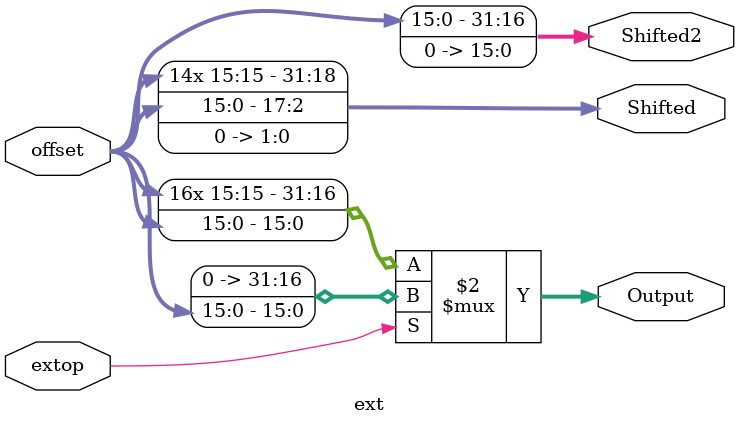
<source format=v>
`timescale 1ns / 1ps
module ext(
    input [15:0] offset,
    input extop,
    output [31:0] Output,
	 output [31:0] Shifted,
	 output [31:0] Shifted2
    );

assign Output = (extop == 0) ? {{16{offset[15]}}, offset} : {{16'b0}, offset};
assign Shifted = {{14{offset[15]}}, offset, 2'b0};
assign Shifted2 = {offset, {16'b0}};

endmodule

</source>
